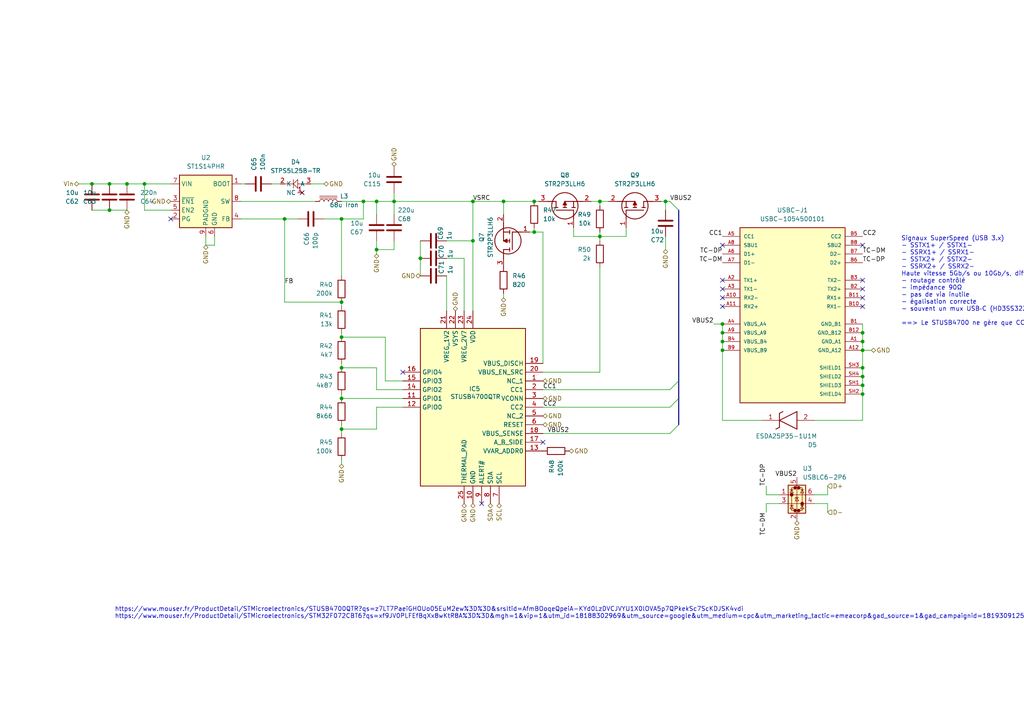
<source format=kicad_sch>
(kicad_sch (version 20250114) (generator "eeschema") (generator_version "9.0")
  (paper "A4")
  (lib_symbols
    (symbol "Custom-Vincent:1054500101" (pin_names (offset 1.016))
      (property "Reference" "J" (at -15.24 26.162 0))
      (property "Value" "USBC-1054500101" (at -15.24 -27.94 0))
      (symbol "1054500101_0_0"
        (rectangle (start -15.24 -25.4) (end 15.24 25.4) (stroke (width 0.254)) (fill (type background)))
        (pin bidirectional line (at -20.32 22.86 0) (length 5.08) (name "CC1") (number "A5"))
        (pin bidirectional line (at -20.32 20.32 0) (length 5.08) (name "SBU1") (number "A8"))
        (pin bidirectional line (at -20.32 17.78 0) (length 5.08) (name "D1+") (number "A6"))
        (pin bidirectional line (at -20.32 15.24 0) (length 5.08) (name "D1-") (number "A7"))
        (pin bidirectional line (at -20.32 10.16 0) (length 5.08) (name "TX1+") (number "A2"))
        (pin bidirectional line (at -20.32 7.62 0) (length 5.08) (name "TX1-") (number "A3"))
        (pin bidirectional line (at -20.32 5.08 0) (length 5.08) (name "RX2-") (number "A10"))
        (pin bidirectional line (at -20.32 2.54 0) (length 5.08) (name "RX2+") (number "A11"))
        (pin power_in line (at -20.32 -2.54 0) (length 5.08) (name "VBUS_A4") (number "A4"))
        (pin power_in line (at -20.32 -5.08 0) (length 5.08) (name "VBUS_A9") (number "A9"))
        (pin power_in line (at -20.32 -7.62 0) (length 5.08) (name "VBUS_B4") (number "B4"))
        (pin power_in line (at -20.32 -10.16 0) (length 5.08) (name "VBUS_B9") (number "B9"))
        (pin bidirectional line (at 20.32 22.86 180) (length 5.08) (name "CC2") (number "B5"))
        (pin bidirectional line (at 20.32 20.32 180) (length 5.08) (name "SBU2") (number "B8"))
        (pin bidirectional line (at 20.32 17.78 180) (length 5.08) (name "D2-") (number "B7"))
        (pin bidirectional line (at 20.32 15.24 180) (length 5.08) (name "D2+") (number "B6"))
        (pin bidirectional line (at 20.32 10.16 180) (length 5.08) (name "TX2-") (number "B3"))
        (pin bidirectional line (at 20.32 7.62 180) (length 5.08) (name "TX2+") (number "B2"))
        (pin bidirectional line (at 20.32 5.08 180) (length 5.08) (name "RX1+") (number "B11"))
        (pin bidirectional line (at 20.32 2.54 180) (length 5.08) (name "RX1-") (number "B10"))
        (pin power_in line (at 20.32 -2.54 180) (length 5.08) (name "GND_B1") (number "B1"))
        (pin power_in line (at 20.32 -5.08 180) (length 5.08) (name "GND_B12") (number "B12"))
        (pin power_in line (at 20.32 -7.62 180) (length 5.08) (name "GND_A1") (number "A1"))
        (pin power_in line (at 20.32 -10.16 180) (length 5.08) (name "GND_A12") (number "A12"))
        (pin passive line (at 20.32 -15.24 180) (length 5.08) (name "SHIELD1") (number "SH3"))
        (pin passive line (at 20.32 -17.78 180) (length 5.08) (name "SHIELD2") (number "SH4"))
        (pin passive line (at 20.32 -20.32 180) (length 5.08) (name "SHIELD3") (number "SH1"))
        (pin passive line (at 20.32 -22.86 180) (length 5.08) (name "SHIELD4") (number "SH2"))
      )
    )
    (symbol "Custom-Vincent:ESDA25P35-1U1M" (pin_names (hide yes))
      (property "Reference" "D" (at 10.16 8.89 0))
      (property "Value" "ESDA25P35-1U1M" (at 10.16 6.35 0))
      (symbol "ESDA25P35-1U1M_1_1"
        (polyline (pts (xy 4.064 2.54) (xy 5.08 2.032)) (stroke (width 0.254)))
        (polyline (pts (xy 5.08 0) (xy 10.16 2.54)) (stroke (width 0.254)))
        (polyline (pts (xy 5.08 -2.032) (xy 5.08 2.032)) (stroke (width 0.254)))
        (polyline (pts (xy 5.08 -2.032) (xy 6.096 -2.54)) (stroke (width 0.254)))
        (polyline (pts (xy 10.16 -2.54) (xy 5.08 0)) (stroke (width 0.254)))
        (polyline (pts (xy 10.16 -2.54) (xy 10.16 2.54)) (stroke (width 0.254)))
        (pin passive line (at 0 0 0) (length 5.08) (name "K") (number "1"))
        (pin passive line (at 15.24 0 180) (length 5.08) (name "A") (number "2"))
      )
    )
    (symbol "Custom-Vincent:STPS5L25B-TR"
      (property "Reference" "D" (at 19.05 7.62 0))
      (property "Value" "STPS5L25B-TR" (at 19.05 5.08 0))
      (symbol "STPS5L25B-TR_0_1"
        (polyline (pts (xy 7.62 1.27) (xy 7.62 -1.27)))
        (polyline (pts (xy 7.62 0) (xy 5.08 0)))
        (polyline (pts (xy 7.62 0) (xy 8.89 -1.27) (xy 8.89 1.27) (xy 7.62 0)))
        (polyline (pts (xy 11.43 0) (xy 8.89 0)))
      )
      (symbol "STPS5L25B-TR_1_1"
        (pin passive line (at 3.81 0 0) (length 1.27) (name "K") (number "2"))
        (pin no_connect line (at 10.16 -2.54 180) (length 1.27) (name "NC") (number "1"))
        (pin passive line (at 12.7 0 180) (length 1.27) (name "A") (number "3"))
      )
    )
    (symbol "Custom-Vincent:STR2P3LLH6" (pin_names (hide yes))
      (property "Reference" "Q" (at 11.43 3.81 0))
      (property "Value" "STR2P3LLH6" (at 11.43 1.27 0))
      (symbol "STR2P3LLH6_1_1"
        (polyline (pts (xy 2.54 0) (xy 5.08 0)) (stroke (width 0.254)))
        (polyline (pts (xy 5.08 5.08) (xy 5.08 0)) (stroke (width 0.254)))
        (polyline (pts (xy 5.842 5.588) (xy 5.842 4.572)) (stroke (width 0.254)))
        (polyline (pts (xy 5.842 2.032) (xy 5.842 3.048)) (stroke (width 0.254)))
        (polyline (pts (xy 5.842 0) (xy 7.62 0)) (stroke (width 0.254)))
        (polyline (pts (xy 5.842 -0.508) (xy 5.842 0.508)) (stroke (width 0.254)))
        (circle (center 6.35 2.54) (radius 3.81) (stroke (width 0.254)))
        (polyline (pts (xy 7.62 5.08) (xy 5.842 5.08)) (stroke (width 0.254)))
        (polyline (pts (xy 7.62 5.08) (xy 7.62 7.62)) (stroke (width 0.254)))
        (polyline (pts (xy 7.62 2.54) (xy 5.842 2.54)) (stroke (width 0.254)))
        (polyline (pts (xy 7.62 2.54) (xy 7.62 -2.54)) (stroke (width 0.254)))
        (polyline (pts (xy 7.62 2.54) (xy 6.604 3.048) (xy 6.604 2.032) (xy 7.62 2.54)) (stroke (width 0.254)) (fill (type outline)))
        (pin passive line (at 0 0 0) (length 2.54) (name "G") (number "1"))
        (pin passive line (at 7.62 10.16 270) (length 2.54) (name "D") (number "3"))
        (pin passive line (at 7.62 -5.08 90) (length 2.54) (name "S") (number "2"))
      )
    )
    (symbol "Custom-Vincent:STUSB4700QTR"
      (property "Reference" "IC2" (at 19.812 2.794 0))
      (property "Value" "STUSB4700QTR" (at 19.558 0.508 0))
      (symbol "STUSB4700QTR_1_1"
        (rectangle (start 5.08 20.32) (end 35.56 -25.4) (stroke (width 0.254)) (fill (type background)))
        (pin passive line (at 0 10.16 0) (length 5.08) (name "VBUS_DISCH") (number "19"))
        (pin passive line (at 0 7.62 0) (length 5.08) (name "VBUS_EN_SRC") (number "20"))
        (pin passive line (at 0 5.08 0) (length 5.08) (name "NC_1") (number "1"))
        (pin passive line (at 0 2.54 0) (length 5.08) (name "CC1") (number "2"))
        (pin passive line (at 0 0 0) (length 5.08) (name "VCONN") (number "3"))
        (pin passive line (at 0 -2.54 0) (length 5.08) (name "CC2") (number "4"))
        (pin passive line (at 0 -5.08 0) (length 5.08) (name "NC_2") (number "5"))
        (pin passive line (at 0 -7.62 0) (length 5.08) (name "RESET") (number "6"))
        (pin passive line (at 0 -10.16 0) (length 5.08) (name "VBUS_SENSE") (number "18"))
        (pin passive line (at 0 -12.7 0) (length 5.08) (name "A_B_SIDE") (number "17"))
        (pin passive line (at 0 -15.24 0) (length 5.08) (name "VVAR_ADDR0") (number "13"))
        (pin passive line (at 12.7 -30.48 90) (length 5.08) (name "SCL") (number "7"))
        (pin passive line (at 15.24 -30.48 90) (length 5.08) (name "SDA") (number "8"))
        (pin passive line (at 17.78 -30.48 90) (length 5.08) (name "ALERT#") (number "9"))
        (pin passive line (at 20.32 25.4 270) (length 5.08) (name "VDD") (number "24"))
        (pin passive line (at 20.32 -30.48 90) (length 5.08) (name "GND") (number "10"))
        (pin passive line (at 22.86 25.4 270) (length 5.08) (name "VREG_2V7") (number "23"))
        (pin passive line (at 22.86 -30.48 90) (length 5.08) (name "THERMAL_PAD") (number "25"))
        (pin passive line (at 25.4 25.4 270) (length 5.08) (name "VSYS") (number "22"))
        (pin passive line (at 27.94 25.4 270) (length 5.08) (name "VREG_1V2") (number "21"))
        (pin passive line (at 40.64 7.62 180) (length 5.08) (name "GPIO4") (number "16"))
        (pin passive line (at 40.64 5.08 180) (length 5.08) (name "GPIO3") (number "15"))
        (pin passive line (at 40.64 2.54 180) (length 5.08) (name "GPIO2") (number "14"))
        (pin passive line (at 40.64 0 180) (length 5.08) (name "GPIO1") (number "11"))
        (pin passive line (at 40.64 -2.54 180) (length 5.08) (name "GPIO0") (number "12"))
      )
    )
    (symbol "Device:C" (pin_numbers (hide yes)) (pin_names (offset 0.254))
      (property "Reference" "C" (at 0.635 2.54 0))
      (property "Value" "C" (at 0.635 -2.54 0))
      (symbol "C_0_1"
        (polyline (pts (xy -2.032 0.762) (xy 2.032 0.762)) (stroke (width 0.508)))
        (polyline (pts (xy -2.032 -0.762) (xy 2.032 -0.762)) (stroke (width 0.508)))
      )
      (symbol "C_1_1"
        (pin passive line (at 0 3.81 270) (length 2.794) (name "~") (number "1"))
        (pin passive line (at 0 -3.81 90) (length 2.794) (name "~") (number "2"))
      )
    )
    (symbol "Device:L_Iron" (pin_numbers (hide yes)) (pin_names (offset 1.016) (hide yes))
      (property "Reference" "L" (at -1.27 0 90))
      (property "Value" "L_Iron" (at 2.794 0 90))
      (symbol "L_Iron_0_1"
        (arc (start 0 2.54) (mid 0.6323 1.905) (end 0 1.27))
        (arc (start 0 1.27) (mid 0.6323 0.635) (end 0 0))
        (arc (start 0 0) (mid 0.6323 -0.635) (end 0 -1.27))
        (arc (start 0 -1.27) (mid 0.6323 -1.905) (end 0 -2.54))
        (polyline (pts (xy 1.016 2.54) (xy 1.016 -2.54)))
        (polyline (pts (xy 1.524 -2.54) (xy 1.524 2.54)))
      )
      (symbol "L_Iron_1_1"
        (pin passive line (at 0 3.81 270) (length 1.27) (name "1") (number "1"))
        (pin passive line (at 0 -3.81 90) (length 1.27) (name "2") (number "2"))
      )
    )
    (symbol "Device:R" (pin_numbers (hide yes)) (pin_names (offset 0))
      (property "Reference" "R" (at 2.032 0 90))
      (property "Value" "R" (at 0 0 90))
      (symbol "R_0_1"
        (rectangle (start -1.016 -2.54) (end 1.016 2.54) (stroke (width 0.254)))
      )
      (symbol "R_1_1"
        (pin passive line (at 0 3.81 270) (length 1.27) (name "~") (number "1"))
        (pin passive line (at 0 -3.81 90) (length 1.27) (name "~") (number "2"))
      )
    )
    (symbol "Power_Protection:USBLC6-2P6" (pin_names (hide yes))
      (property "Reference" "U" (at 0.635 5.715 0))
      (property "Value" "USBLC6-2P6" (at 0.635 3.81 0))
      (symbol "USBLC6-2P6_0_0"
        (circle (center -1.524 0) (radius 0.0001) (stroke (width 0.508)))
        (circle (center -0.508 2.032) (radius 0.0001) (stroke (width 0.508)))
        (circle (center -0.508 -4.572) (radius 0.0001) (stroke (width 0.508)))
        (circle (center 0.508 2.032) (radius 0.0001) (stroke (width 0.508)))
        (circle (center 0.508 -4.572) (radius 0.0001) (stroke (width 0.508)))
        (circle (center 1.524 -2.54) (radius 0.0001) (stroke (width 0.508)))
      )
      (symbol "USBLC6-2P6_0_1"
        (polyline (pts (xy -2.54 0) (xy 2.54 0)))
        (polyline (pts (xy -2.54 -2.54) (xy 2.54 -2.54)))
        (polyline (pts (xy -2.032 0.508) (xy -1.016 0.508) (xy -1.524 1.524) (xy -2.032 0.508)))
        (polyline (pts (xy -2.032 -3.048) (xy -1.016 -3.048)))
        (polyline (pts (xy -1.016 1.524) (xy -2.032 1.524)))
        (polyline (pts (xy -1.016 -4.064) (xy -2.032 -4.064) (xy -1.524 -3.048) (xy -1.016 -4.064)))
        (polyline (pts (xy -0.508 -1.143) (xy -0.508 -0.762) (xy 0.508 -0.762)))
        (polyline (pts (xy 0 2.54) (xy -0.508 2.032) (xy 0.508 2.032) (xy 0 1.524) (xy 0 -4.064) (xy -0.508 -4.572) (xy 0.508 -4.572) (xy 0 -5.08)))
        (polyline (pts (xy 0.508 -1.778) (xy -0.508 -1.778) (xy 0 -0.762) (xy 0.508 -1.778)))
        (polyline (pts (xy 1.016 1.524) (xy 2.032 1.524)))
        (polyline (pts (xy 1.016 -3.048) (xy 2.032 -3.048)))
        (polyline (pts (xy 2.032 0.508) (xy 1.016 0.508) (xy 1.524 1.524) (xy 2.032 0.508)))
        (polyline (pts (xy 2.032 -4.064) (xy 1.016 -4.064) (xy 1.524 -3.048) (xy 2.032 -4.064)))
      )
      (symbol "USBLC6-2P6_1_1"
        (rectangle (start -2.54 2.794) (end 2.54 -5.334) (stroke (width 0.254)) (fill (type background)))
        (polyline (pts (xy -0.508 2.032) (xy -1.524 2.032) (xy -1.524 -4.572) (xy -0.508 -4.572)))
        (polyline (pts (xy 0.508 -4.572) (xy 1.524 -4.572) (xy 1.524 2.032) (xy 0.508 2.032)))
        (pin passive line (at -5.08 0 0) (length 2.54) (name "I/O1") (number "1"))
        (pin passive line (at -5.08 -2.54 0) (length 2.54) (name "I/O2") (number "3"))
        (pin passive line (at 0 5.08 270) (length 2.54) (name "VBUS") (number "5"))
        (pin passive line (at 0 -7.62 90) (length 2.54) (name "GND") (number "2"))
        (pin passive line (at 5.08 0 180) (length 2.54) (name "I/O1") (number "6"))
        (pin passive line (at 5.08 -2.54 180) (length 2.54) (name "I/O2") (number "4"))
      )
    )
    (symbol "Regulator_Switching:ST1S14PHR"
      (property "Reference" "U" (at -8.255 8.89 0))
      (property "Value" "ST1S14PHR" (at 0 8.89 0))
      (symbol "ST1S14PHR_0_1"
        (rectangle (start 7.62 7.62) (end -7.62 -7.62) (stroke (width 0.254)) (fill (type background)))
      )
      (symbol "ST1S14PHR_1_1"
        (pin power_in line (at -10.16 5.08 0) (length 2.54) (name "VIN") (number "7"))
        (pin input line (at -10.16 0 0) (length 2.54) (name "~{EN1}") (number "3"))
        (pin input line (at -10.16 -2.54 0) (length 2.54) (name "EN2") (number "5"))
        (pin output line (at -10.16 -5.08 0) (length 2.54) (name "PG") (number "2"))
        (pin power_in line (at 0 -10.16 90) (length 2.54) (name "PADGND") (number "9"))
        (pin power_in line (at 2.54 -10.16 90) (length 2.54) (name "GND") (number "6"))
        (pin input line (at 10.16 5.08 180) (length 2.54) (name "BOOT") (number "1"))
        (pin output line (at 10.16 0 180) (length 2.54) (name "SW") (number "8"))
        (pin input line (at 10.16 -5.08 180) (length 2.54) (name "FB") (number "4"))
      )
    )
  )
  (text "https://www.mouser.fr/ProductDetail/STMicroelectronics/STUSB4700QTR?qs=z7LT7PaeiGHOUo05EuM2ew%3D%3D&srsltid=AfmBOoqeQpeiA-KYd0LzDVCJVYU1X0lOVA5p7QPkekSc7ScKDJSK4vdi\nhttps://www.mouser.fr/ProductDetail/STMicroelectronics/STM32F072CBT6?qs=xf9JV0PLFEfBqXx8wKtR8A%3D%3D&mgh=1&vip=1&utm_id=18188302969&utm_source=google&utm_medium=cpc&utm_marketing_tactic=emeacorp&gad_source=1&gad_campaignid=18193091258&gclid=Cj0KCQiAxJXJBhD_ARIsAH_JGjjlmumHlCQbsS1Lf4u0KNllXl2gcY-O_NKd-TyCFZhG1yRXtwxOSdgaAuOuEALw_wcB" (at 33.274 177.8 0) (effects (font (size 1.27 1.27)) (justify left)))
  (text "Signaux SuperSpeed (USB 3.x)\n- SSTX1+ / SSTX1-\n- SSRX1+ / SSRX1-\n- SSTX2+ / SSTX2-\n- SSRX2+ / SSRX2-\nHaute vitesse 5 Gb/s ou 10 Gb/s, différentielles, nécessitent :\n- routage contrôlé\n- impédance 90 Ω\n- pas de via inutile\n- égalisation correcte\n- souvent un mux USB‑C (HD3SS3220, TUSB1046, PTN36043)\n\n==> Le STUSB4700 ne gère que CC1/CC2\n" (at 261.366 81.534 0) (effects (font (size 1.27 1.27)) (justify left)))
  (junction (at 154.94 58.42))
  (junction (at 99.06 97.79))
  (junction (at 250.19 101.6))
  (junction (at 109.22 72.39))
  (junction (at 250.19 109.22))
  (junction (at 114.3 58.42))
  (junction (at 26.67 53.34))
  (junction (at 36.83 53.34))
  (junction (at 41.91 53.34))
  (junction (at 109.22 58.42))
  (junction (at 105.41 58.42))
  (junction (at 193.04 58.42))
  (junction (at 146.05 58.42))
  (junction (at 154.94 67.31))
  (junction (at 121.92 74.93))
  (junction (at 250.19 96.52))
  (junction (at 209.55 101.6))
  (junction (at 82.55 63.5))
  (junction (at 250.19 114.3))
  (junction (at 99.06 106.68))
  (junction (at 99.06 87.63))
  (junction (at 209.55 93.98))
  (junction (at 173.99 58.42))
  (junction (at 31.75 53.34))
  (junction (at 99.06 63.5))
  (junction (at 99.06 124.46))
  (junction (at 209.55 99.06))
  (junction (at 250.19 111.76))
  (junction (at 250.19 106.68))
  (junction (at 173.99 68.58))
  (junction (at 137.16 69.85))
  (junction (at 99.06 115.57))
  (junction (at 209.55 96.52))
  (junction (at 250.19 99.06))
  (junction (at 31.75 60.96))
  (junction (at 137.16 58.42))
  (no_connect (at 116.84 107.95))
  (no_connect (at 49.53 63.5))
  (no_connect (at 250.19 86.36))
  (no_connect (at 209.55 83.82))
  (no_connect (at 250.19 71.12))
  (no_connect (at 209.55 86.36))
  (no_connect (at 209.55 88.9))
  (no_connect (at 87.63 55.88))
  (no_connect (at 157.48 128.27))
  (no_connect (at 209.55 81.28))
  (no_connect (at 250.19 83.82))
  (no_connect (at 139.7 146.05))
  (no_connect (at 250.19 81.28))
  (no_connect (at 250.19 88.9))
  (no_connect (at 209.55 71.12))
  (bus_entry (at 194.31 113.03) (size 2.54 -2.54))
  (bus_entry (at 194.31 58.42) (size 2.54 2.54))
  (bus_entry (at 194.31 118.11) (size 2.54 -2.54))
  (bus_entry (at 194.31 125.73) (size 2.54 -2.54))
  (wire (pts (xy 146.05 86.36) (xy 146.05 85.09)))
  (wire (pts (xy 99.06 96.52) (xy 99.06 97.79)))
  (wire (pts (xy 114.3 58.42) (xy 137.16 58.42)))
  (wire (pts (xy 250.19 93.98) (xy 250.19 96.52)))
  (wire (pts (xy 166.37 66.04) (xy 166.37 68.58)))
  (wire (pts (xy 173.99 77.47) (xy 173.99 107.95)))
  (wire (pts (xy 109.22 73.66) (xy 109.22 72.39)))
  (wire (pts (xy 111.76 110.49) (xy 111.76 97.79)))
  (wire (pts (xy 207.01 93.98) (xy 209.55 93.98)))
  (bus (pts (xy 196.85 115.57) (xy 196.85 123.19)))
  (bus (pts (xy 196.85 60.96) (xy 196.85 110.49)))
  (wire (pts (xy 90.17 53.34) (xy 93.98 53.34)))
  (bus (pts (xy 196.85 110.49) (xy 196.85 115.57)))
  (wire (pts (xy 99.06 124.46) (xy 109.22 124.46)))
  (wire (pts (xy 59.69 71.12) (xy 59.69 68.58)))
  (wire (pts (xy 41.91 60.96) (xy 41.91 53.34)))
  (wire (pts (xy 26.67 53.34) (xy 31.75 53.34)))
  (wire (pts (xy 116.84 110.49) (xy 111.76 110.49)))
  (wire (pts (xy 105.41 63.5) (xy 105.41 58.42)))
  (wire (pts (xy 171.45 58.42) (xy 173.99 58.42)))
  (wire (pts (xy 49.53 60.96) (xy 41.91 60.96)))
  (wire (pts (xy 114.3 69.85) (xy 114.3 72.39)))
  (wire (pts (xy 99.06 87.63) (xy 82.55 87.63)))
  (wire (pts (xy 146.05 58.42) (xy 154.94 58.42)))
  (wire (pts (xy 31.75 60.96) (xy 36.83 60.96)))
  (wire (pts (xy 157.48 67.31) (xy 154.94 67.31)))
  (wire (pts (xy 109.22 106.68) (xy 99.06 106.68)))
  (wire (pts (xy 226.06 146.05) (xy 222.25 146.05)))
  (wire (pts (xy 99.06 114.3) (xy 99.06 115.57)))
  (wire (pts (xy 236.22 143.51) (xy 240.03 143.51)))
  (wire (pts (xy 166.37 68.58) (xy 173.99 68.58)))
  (wire (pts (xy 193.04 58.42) (xy 194.31 58.42)))
  (wire (pts (xy 99.06 63.5) (xy 105.41 63.5)))
  (wire (pts (xy 173.99 59.69) (xy 173.99 58.42)))
  (wire (pts (xy 129.54 69.85) (xy 137.16 69.85)))
  (wire (pts (xy 173.99 68.58) (xy 173.99 67.31)))
  (wire (pts (xy 36.83 53.34) (xy 41.91 53.34)))
  (wire (pts (xy 116.84 113.03) (xy 109.22 113.03)))
  (wire (pts (xy 157.48 113.03) (xy 194.31 113.03)))
  (wire (pts (xy 134.62 74.93) (xy 134.62 90.17)))
  (wire (pts (xy 82.55 63.5) (xy 82.55 87.63)))
  (wire (pts (xy 99.06 105.41) (xy 99.06 106.68)))
  (wire (pts (xy 173.99 68.58) (xy 181.61 68.58)))
  (wire (pts (xy 157.48 125.73) (xy 194.31 125.73)))
  (wire (pts (xy 193.04 68.58) (xy 193.04 72.39)))
  (wire (pts (xy 250.19 101.6) (xy 252.73 101.6)))
  (wire (pts (xy 157.48 118.11) (xy 194.31 118.11)))
  (wire (pts (xy 154.94 58.42) (xy 156.21 58.42)))
  (wire (pts (xy 109.22 118.11) (xy 116.84 118.11)))
  (wire (pts (xy 181.61 68.58) (xy 181.61 66.04)))
  (wire (pts (xy 31.75 53.34) (xy 36.83 53.34)))
  (wire (pts (xy 222.25 146.05) (xy 222.25 148.59)))
  (wire (pts (xy 129.54 74.93) (xy 134.62 74.93)))
  (wire (pts (xy 209.55 93.98) (xy 209.55 96.52)))
  (wire (pts (xy 99.06 87.63) (xy 99.06 88.9)))
  (wire (pts (xy 137.16 58.42) (xy 146.05 58.42)))
  (wire (pts (xy 105.41 58.42) (xy 109.22 58.42)))
  (wire (pts (xy 191.77 58.42) (xy 193.04 58.42)))
  (wire (pts (xy 209.55 96.52) (xy 209.55 99.06)))
  (wire (pts (xy 250.19 109.22) (xy 250.19 111.76)))
  (wire (pts (xy 209.55 99.06) (xy 209.55 101.6)))
  (wire (pts (xy 236.22 121.92) (xy 250.19 121.92)))
  (wire (pts (xy 240.03 146.05) (xy 240.03 148.59)))
  (wire (pts (xy 86.36 63.5) (xy 82.55 63.5)))
  (wire (pts (xy 222.25 143.51) (xy 222.25 140.97)))
  (wire (pts (xy 109.22 58.42) (xy 109.22 62.23)))
  (wire (pts (xy 114.3 58.42) (xy 114.3 62.23)))
  (wire (pts (xy 250.19 106.68) (xy 250.19 109.22)))
  (wire (pts (xy 109.22 72.39) (xy 114.3 72.39)))
  (wire (pts (xy 121.92 80.01) (xy 121.92 74.93)))
  (wire (pts (xy 173.99 107.95) (xy 157.48 107.95)))
  (wire (pts (xy 99.06 63.5) (xy 93.98 63.5)))
  (wire (pts (xy 154.94 67.31) (xy 154.94 66.04)))
  (wire (pts (xy 99.06 58.42) (xy 105.41 58.42)))
  (wire (pts (xy 114.3 55.88) (xy 114.3 58.42)))
  (wire (pts (xy 173.99 69.85) (xy 173.99 68.58)))
  (wire (pts (xy 146.05 58.42) (xy 146.05 62.23)))
  (wire (pts (xy 153.67 67.31) (xy 154.94 67.31)))
  (wire (pts (xy 250.19 111.76) (xy 250.19 114.3)))
  (wire (pts (xy 220.98 121.92) (xy 209.55 121.92)))
  (wire (pts (xy 26.67 60.96) (xy 31.75 60.96)))
  (wire (pts (xy 137.16 58.42) (xy 137.16 69.85)))
  (wire (pts (xy 157.48 105.41) (xy 157.48 67.31)))
  (wire (pts (xy 69.85 63.5) (xy 82.55 63.5)))
  (wire (pts (xy 59.69 71.12) (xy 62.23 71.12)))
  (wire (pts (xy 109.22 124.46) (xy 109.22 118.11)))
  (wire (pts (xy 41.91 53.34) (xy 49.53 53.34)))
  (wire (pts (xy 109.22 113.03) (xy 109.22 106.68)))
  (wire (pts (xy 209.55 121.92) (xy 209.55 101.6)))
  (wire (pts (xy 236.22 146.05) (xy 240.03 146.05)))
  (wire (pts (xy 129.54 80.01) (xy 129.54 90.17)))
  (wire (pts (xy 250.19 96.52) (xy 250.19 99.06)))
  (wire (pts (xy 109.22 72.39) (xy 109.22 69.85)))
  (wire (pts (xy 99.06 115.57) (xy 116.84 115.57)))
  (wire (pts (xy 62.23 71.12) (xy 62.23 68.58)))
  (wire (pts (xy 193.04 60.96) (xy 193.04 58.42)))
  (wire (pts (xy 250.19 99.06) (xy 250.19 101.6)))
  (wire (pts (xy 99.06 134.62) (xy 99.06 133.35)))
  (wire (pts (xy 69.85 58.42) (xy 91.44 58.42)))
  (wire (pts (xy 81.28 53.34) (xy 78.74 53.34)))
  (wire (pts (xy 99.06 123.19) (xy 99.06 124.46)))
  (wire (pts (xy 137.16 90.17) (xy 137.16 69.85)))
  (wire (pts (xy 226.06 143.51) (xy 222.25 143.51)))
  (wire (pts (xy 250.19 101.6) (xy 250.19 106.68)))
  (wire (pts (xy 22.86 53.34) (xy 26.67 53.34)))
  (wire (pts (xy 99.06 80.01) (xy 99.06 63.5)))
  (wire (pts (xy 250.19 121.92) (xy 250.19 114.3)))
  (wire (pts (xy 176.53 58.42) (xy 173.99 58.42)))
  (wire (pts (xy 121.92 69.85) (xy 121.92 74.93)))
  (wire (pts (xy 69.85 53.34) (xy 71.12 53.34)))
  (wire (pts (xy 111.76 97.79) (xy 99.06 97.79)))
  (wire (pts (xy 99.06 125.73) (xy 99.06 124.46)))
  (wire (pts (xy 109.22 58.42) (xy 114.3 58.42)))
  (wire (pts (xy 240.03 143.51) (xy 240.03 140.97)))
  (label "TC-DP" (at 250.19 76.2 0))
  (label "VBUS2" (at 207.01 93.98 180))
  (label "CC2" (at 250.19 68.58 0))
  (label "VSRC" (at 137.16 58.42 0))
  (label "TC-DP" (at 209.55 73.66 180))
  (label "CC2" (at 157.48 118.11 0))
  (label "CC1" (at 209.55 68.58 180))
  (label "CC1" (at 157.48 113.03 0))
  (label "VBUS2" (at 231.14 138.43 180))
  (label "TC-DM" (at 209.55 76.2 180))
  (label "FB" (at 82.55 82.55 0))
  (label "VBUS2" (at 158.75 125.73 0))
  (label "TC-DM" (at 250.19 73.66 0))
  (label "VBUS2" (at 194.31 58.42 0))
  (label "TC-DM" (at 222.25 148.59 270))
  (label "TC-DP" (at 222.25 140.97 90))
  (hierarchical_label "GND" (shape bidirectional) (at 36.83 60.96 270))
  (hierarchical_label "GND" (shape bidirectional) (at 93.98 53.34 0))
  (hierarchical_label "GND" (shape bidirectional) (at 49.53 58.42 180))
  (hierarchical_label "GND" (shape bidirectional) (at 157.48 120.65 0))
  (hierarchical_label "GND" (shape bidirectional) (at 193.04 72.39 270))
  (hierarchical_label "GND" (shape bidirectional) (at 231.14 151.13 270))
  (hierarchical_label "GND" (shape bidirectional) (at 165.1 130.81 0))
  (hierarchical_label "D+" (shape input) (at 240.03 140.97 0))
  (hierarchical_label "GND" (shape bidirectional) (at 99.06 134.62 270))
  (hierarchical_label "GND" (shape bidirectional) (at 114.3 48.26 90))
  (hierarchical_label "GND" (shape bidirectional) (at 59.69 71.12 270))
  (hierarchical_label "GND" (shape bidirectional) (at 252.73 101.6 0))
  (hierarchical_label "GND" (shape bidirectional) (at 132.08 90.17 90))
  (hierarchical_label "GND" (shape bidirectional) (at 121.92 80.01 180))
  (hierarchical_label "Vin" (shape bidirectional) (at 22.86 53.34 180))
  (hierarchical_label "SDA" (shape bidirectional) (at 142.24 146.05 270))
  (hierarchical_label "GND" (shape bidirectional) (at 157.48 110.49 0))
  (hierarchical_label "GND" (shape bidirectional) (at 157.48 115.57 0))
  (hierarchical_label "SCL" (shape bidirectional) (at 144.78 146.05 270))
  (hierarchical_label "GND" (shape bidirectional) (at 137.16 146.05 270))
  (hierarchical_label "GND" (shape bidirectional) (at 134.62 146.05 270))
  (hierarchical_label "GND" (shape bidirectional) (at 157.48 123.19 0))
  (hierarchical_label "GND" (shape bidirectional) (at 146.05 86.36 270))
  (hierarchical_label "D-" (shape input) (at 240.03 148.59 0))
  (hierarchical_label "GND" (shape bidirectional) (at 109.22 73.66 270))
  (symbol (lib_id "Custom-Vincent:STR2P3LLH6") (at 153.67 67.31 180) (unit 1)
    (property "Reference" "Q7" (at 139.7 68.834 90))
    (property "Value" "STR2P3LLH6" (at 142.24 68.834 90))
    (property "Footprint" "Custom-Vincent:SOT95P255X140-3N" (effects (hide yes)))
    (property "Datasheet" "https://www.st.com/resource/en/datasheet/str2p3llh6.pdf" (effects (hide yes)))
    (property "Description" "P-channel -30 V, 48 m typ., -2 A STripFET H6 Power MOSFET in a SOT23 package" (effects (hide yes)))
    (property "Height" "1.4" (effects (hide yes)))
    (property "Mouser Part Number" "511-STR2P3LLH6" (effects (hide yes)))
    (property "Mouser Price/Stock" "https://www.mouser.co.uk/ProductDetail/STMicroelectronics/STR2P3LLH6?qs=DqCdCwOw4%2F6LfYTzckMRxw%3D%3D" (effects (hide yes)))
    (property "Manufacturer_Name" "STMicroelectronics" (effects (hide yes)))
    (property "Manufacturer_Part_Number" "STR2P3LLH6" (effects (hide yes)))
    (property "Number-JLCPCB" "C3040112" (effects (hide yes)))
  )
  (symbol (lib_id "Device:C") (at 90.17 63.5 270) (mirror x) (unit 1)
    (property "Reference" "C66" (at 88.8999 67.31 0) (effects (justify right)))
    (property "Value" "100p" (at 91.4399 67.31 0) (effects (justify right)))
    (property "Footprint" "Capacitor_SMD:C_0603_1608Metric_Pad1.08x0.95mm_HandSolder" (effects (hide yes)))
    (property "Description" "Unpolarized capacitor" (effects (hide yes)))
    (property "Mouser Part Number" "C0603C101J5GAC" (effects (hide yes)))
    (property "Number-JLCPCB" "C561788" (effects (hide yes)))
  )
  (symbol (lib_id "Regulator_Switching:ST1S14PHR") (at 59.69 58.42 0) (unit 1)
    (property "Reference" "U2" (at 59.69 45.72 0))
    (property "Value" "ST1S14PHR" (at 59.69 48.26 0))
    (property "Footprint" "Package_SO:TI_SO-PowerPAD-8" (effects (hide yes)))
    (property "Datasheet" "http://www.st.com/internet/com/TECHNICAL_RESOURCES/TECHNICAL_LITERATURE/DATASHEET/CD00285678.pdf" (effects (hide yes)))
    (property "Description" "3A step-down switching regulator, Adjustable Output Voltage, 5.5-48V Input Voltage, 850kHz, PowerSO-8" (effects (hide yes)))
    (property "Mouser Part Number" "511-ST1S14PHR " (effects (hide yes)))
    (property "Number-JLCPCB" "C84130" (effects (hide yes)))
  )
  (symbol (lib_id "Custom-Vincent:STR2P3LLH6") (at 166.37 66.04 90) (unit 1)
    (property "Reference" "Q8" (at 163.83 50.8 90))
    (property "Value" "STR2P3LLH6" (at 163.83 53.34 90))
    (property "Footprint" "Custom-Vincent:SOT95P255X140-3N" (effects (hide yes)))
    (property "Datasheet" "https://www.st.com/resource/en/datasheet/str2p3llh6.pdf" (effects (hide yes)))
    (property "Description" "P-channel -30 V, 48 m typ., -2 A STripFET H6 Power MOSFET in a SOT23 package" (effects (hide yes)))
    (property "Height" "1.4" (effects (hide yes)))
    (property "Mouser Part Number" "511-STR2P3LLH6" (effects (hide yes)))
    (property "Mouser Price/Stock" "https://www.mouser.co.uk/ProductDetail/STMicroelectronics/STR2P3LLH6?qs=DqCdCwOw4%2F6LfYTzckMRxw%3D%3D" (effects (hide yes)))
    (property "Manufacturer_Name" "STMicroelectronics" (effects (hide yes)))
    (property "Manufacturer_Part_Number" "STR2P3LLH6" (effects (hide yes)))
    (property "Number-JLCPCB" "C3040112" (effects (hide yes)))
  )
  (symbol (lib_id "Device:C") (at 74.93 53.34 270) (unit 1)
    (property "Reference" "C65" (at 73.6599 49.53 0) (effects (justify right)))
    (property "Value" "100n" (at 76.1999 49.53 0) (effects (justify right)))
    (property "Footprint" "Capacitor_SMD:C_0603_1608Metric_Pad1.08x0.95mm_HandSolder" (effects (hide yes)))
    (property "Description" "Unpolarized capacitor" (effects (hide yes)))
    (property "Mouser Part Number" "GRM188R71E104KA01D" (effects (hide yes)))
    (property "Number-JLCPCB" "C77050" (effects (hide yes)))
  )
  (symbol (lib_id "Device:R") (at 154.94 62.23 180) (unit 1)
    (property "Reference" "R47" (at 157.48 60.9599 0) (effects (justify right)))
    (property "Value" "10k" (at 157.48 63.4999 0) (effects (justify right)))
    (property "Footprint" "Resistor_SMD:R_0603_1608Metric_Pad0.98x0.95mm_HandSolder" (effects (hide yes)))
    (property "Description" "Resistor" (effects (hide yes)))
    (property "Mouser Part Number" "CRCW060310K0JNEA" (effects (hide yes)))
    (property "Number-JLCPCB" "C169103" (effects (hide yes)))
  )
  (symbol (lib_id "Custom-Vincent:STR2P3LLH6") (at 181.61 66.04 270) (mirror x) (unit 1)
    (property "Reference" "Q9" (at 184.15 50.8 90))
    (property "Value" "STR2P3LLH6" (at 184.15 53.34 90))
    (property "Footprint" "Custom-Vincent:SOT95P255X140-3N" (effects (hide yes)))
    (property "Datasheet" "https://www.st.com/resource/en/datasheet/str2p3llh6.pdf" (effects (hide yes)))
    (property "Description" "P-channel -30 V, 48 m typ., -2 A STripFET H6 Power MOSFET in a SOT23 package" (effects (hide yes)))
    (property "Height" "1.4" (effects (hide yes)))
    (property "Mouser Part Number" "511-STR2P3LLH6" (effects (hide yes)))
    (property "Mouser Price/Stock" "https://www.mouser.co.uk/ProductDetail/STMicroelectronics/STR2P3LLH6?qs=DqCdCwOw4%2F6LfYTzckMRxw%3D%3D" (effects (hide yes)))
    (property "Manufacturer_Name" "STMicroelectronics" (effects (hide yes)))
    (property "Manufacturer_Part_Number" "STR2P3LLH6" (effects (hide yes)))
    (property "Number-JLCPCB" "C3040112" (effects (hide yes)))
  )
  (symbol (lib_id "Device:R") (at 99.06 129.54 0) (mirror y) (unit 1)
    (property "Reference" "R45" (at 96.52 128.2699 0) (effects (justify left)))
    (property "Value" "100k" (at 96.52 130.8099 0) (effects (justify left)))
    (property "Footprint" "Resistor_SMD:R_0603_1608Metric_Pad0.98x0.95mm_HandSolder" (effects (hide yes)))
    (property "Description" "Resistor" (effects (hide yes)))
    (property "Mouser Part Number" "603-RC0603FR-07100KL" (effects (hide yes)))
    (property "Number-JLCPCB" "C14675" (effects (hide yes)))
  )
  (symbol (lib_id "Custom-Vincent:ESDA25P35-1U1M") (at 220.98 121.92 0) (mirror x) (unit 1)
    (property "Reference" "D5" (at 236.982 129.032 0) (effects (justify right)))
    (property "Value" "ESDA25P35-1U1M" (at 236.982 126.492 0) (effects (justify right)))
    (property "Footprint" "Custom-Vincent:ESDA25P351U1M" (effects (hide yes)))
    (property "Datasheet" "https://www.st.com/resource/en/datasheet/esda20p50-1u1m.pdf" (effects (hide yes)))
    (property "Description" "STMicroelectronics ESDA25P35-1U1M, Uni-Directional TVS Diode, 1400W, 2-Pin QFN" (effects (hide yes)))
    (property "Height" "0.6" (effects (hide yes)))
    (property "Mouser Part Number" "511-ESDA25P35-1U1M" (effects (hide yes)))
    (property "Mouser Price/Stock" "https://www.mouser.co.uk/ProductDetail/STMicroelectronics/ESDA25P35-1U1M?qs=aVyJF2WnouQUWqgNP85ZrA%3D%3D" (effects (hide yes)))
    (property "Manufacturer_Name" "STMicroelectronics" (effects (hide yes)))
    (property "Manufacturer_Part_Number" "ESDA25P35-1U1M" (effects (hide yes)))
    (property "Number-JLCPCB" "C1974707" (effects (hide yes)))
  )
  (symbol (lib_id "Device:C") (at 109.22 66.04 0) (unit 1)
    (property "Reference" "C67" (at 105.41 67.3101 0) (effects (justify right)))
    (property "Value" "10u" (at 105.41 64.7701 0) (effects (justify right)))
    (property "Footprint" "Capacitor_SMD:C_1206_3216Metric_Pad1.33x1.80mm_HandSolder" (effects (hide yes)))
    (property "Description" "Unpolarized capacitor" (effects (hide yes)))
    (property "Mouser Part Number" "GRM31CR71E106KA12L" (effects (hide yes)))
    (property "Number-JLCPCB" "C77093" (effects (hide yes)))
  )
  (symbol (lib_id "Device:R") (at 146.05 81.28 180) (unit 1)
    (property "Reference" "R46" (at 148.59 80.0099 0) (effects (justify right)))
    (property "Value" "820" (at 148.59 82.5499 0) (effects (justify right)))
    (property "Footprint" "Resistor_SMD:R_0603_1608Metric_Pad0.98x0.95mm_HandSolder" (effects (hide yes)))
    (property "Description" "Resistor" (effects (hide yes)))
    (property "Number-JLCPCB" "0603" (effects (hide yes)))
    (property "Mouser Part Number" "0603WAF8200T5E" (effects (hide yes)))
  )
  (symbol (lib_id "Device:R") (at 99.06 110.49 0) (mirror x) (unit 1)
    (property "Reference" "R43" (at 96.52 109.2199 0) (effects (justify right)))
    (property "Value" "4k87" (at 96.52 111.7599 0) (effects (justify right)))
    (property "Footprint" "Resistor_SMD:R_0603_1608Metric_Pad0.98x0.95mm_HandSolder" (effects (hide yes)))
    (property "Description" "Resistor" (effects (hide yes)))
    (property "Number-JLCPCB" "C23045" (effects (hide yes)))
    (property "Mouser Part Number" "0603WAF4871T5E" (effects (hide yes)))
  )
  (symbol (lib_id "Device:R") (at 99.06 83.82 0) (mirror x) (unit 1)
    (property "Reference" "R40" (at 96.52 82.5499 0) (effects (justify right)))
    (property "Value" "200k" (at 96.52 85.0899 0) (effects (justify right)))
    (property "Footprint" "Resistor_SMD:R_0603_1608Metric_Pad0.98x0.95mm_HandSolder" (effects (hide yes)))
    (property "Description" "Resistor" (effects (hide yes)))
    (property "Number-JLCPCB" "C25811" (effects (hide yes)))
    (property "Mouser Part Number" "0603WAF2003T5E" (effects (hide yes)))
  )
  (symbol (lib_id "Custom-Vincent:STUSB4700QTR") (at 157.48 115.57 0) (mirror y) (unit 1)
    (property "Reference" "IC5" (at 137.668 112.776 0))
    (property "Value" "STUSB4700QTR" (at 137.922 115.062 0))
    (property "Footprint" "Custom-Vincent:QFN50P400X400X100-25N-D" (effects (hide yes)))
    (property "Datasheet" "https://www.st.com/resource/en/datasheet/stusb4700.pdf" (effects (hide yes)))
    (property "Description" "Stand-alone autonomous USB PD controller with short-to-VBUS protections" (effects (hide yes)))
    (property "Height" "1" (effects (hide yes)))
    (property "Mouser Part Number" "511-STUSB4700QTR" (effects (hide yes)))
    (property "Mouser Price/Stock" "https://www.mouser.co.uk/ProductDetail/STMicroelectronics/STUSB4700QTR?qs=z7LT7PaeiGHOUo05EuM2ew%3D%3D" (effects (hide yes)))
    (property "Manufacturer_Name" "STMicroelectronics" (effects (hide yes)))
    (property "Manufacturer_Part_Number" "STUSB4700QTR" (effects (hide yes)))
    (property "Number-JLCPCB" "C2156427" (effects (hide yes)))
  )
  (symbol (lib_id "Device:C") (at 193.04 64.77 0) (mirror y) (unit 1)
    (property "Reference" "C72" (at 188.722 69.596 0) (effects (justify right)))
    (property "Value" "10u" (at 188.722 67.056 0) (effects (justify right)))
    (property "Footprint" "Capacitor_SMD:C_1206_3216Metric_Pad1.33x1.80mm_HandSolder" (effects (hide yes)))
    (property "Description" "Unpolarized capacitor" (effects (hide yes)))
    (property "Mouser Part Number" "GRM31CR71E106KA12L" (effects (hide yes)))
    (property "Number-JLCPCB" "C77093" (effects (hide yes)))
  )
  (symbol (lib_id "Device:R") (at 99.06 92.71 0) (mirror x) (unit 1)
    (property "Reference" "R41" (at 96.52 91.4399 0) (effects (justify right)))
    (property "Value" "13k" (at 96.52 93.9799 0) (effects (justify right)))
    (property "Footprint" "Resistor_SMD:R_0603_1608Metric_Pad0.98x0.95mm_HandSolder" (effects (hide yes)))
    (property "Description" "Resistor" (effects (hide yes)))
    (property "Number-JLCPCB" "C22970" (effects (hide yes)))
    (property "Mouser Part Number" "0603WAF2803T5E" (effects (hide yes)))
  )
  (symbol (lib_id "Device:C") (at 26.67 57.15 0) (unit 1)
    (property "Reference" "C62" (at 22.86 58.4201 0) (effects (justify right)))
    (property "Value" "10u" (at 22.86 55.8801 0) (effects (justify right)))
    (property "Footprint" "Capacitor_SMD:C_1206_3216Metric_Pad1.33x1.80mm_HandSolder" (effects (hide yes)))
    (property "Description" "Unpolarized capacitor" (effects (hide yes)))
    (property "Mouser Part Number" "GRM31CR71E106KA12L" (effects (hide yes)))
    (property "Number-JLCPCB" "C77093" (effects (hide yes)))
  )
  (symbol (lib_id "Device:C") (at 114.3 52.07 0) (unit 1)
    (property "Reference" "C115" (at 110.49 53.3401 0) (effects (justify right)))
    (property "Value" "10u" (at 110.49 50.8001 0) (effects (justify right)))
    (property "Footprint" "Capacitor_SMD:C_1206_3216Metric_Pad1.33x1.80mm_HandSolder" (effects (hide yes)))
    (property "Description" "Unpolarized capacitor" (effects (hide yes)))
    (property "Mouser Part Number" "GRM31CR71E106KA12L" (effects (hide yes)))
    (property "Number-JLCPCB" "C77093" (effects (hide yes)))
  )
  (symbol (lib_id "Custom-Vincent:1054500101") (at 229.87 91.44 0) (unit 1)
    (property "Reference" "USBC-J1" (at 229.87 60.96 0))
    (property "Value" "USBC-1054500101" (at 229.87 63.5 0))
    (property "Footprint" "Custom-Vincent:USB-C_MOLEX_1054500101" (effects (hide yes)))
    (property "MF" "Molex" (effects (hide yes)))
    (property "OPTION" "MOLEX_CONFIG" (effects (hide yes)))
    (property "Package" "None" (effects (hide yes)))
    (property "Price" "None" (effects (hide yes)))
    (property "Check_prices" "https://www.snapeda.com/parts/105450-0101/Molex/view-part/?ref=eda" (effects (hide yes)))
    (property "STANDARD" "Manufacturer Recommendations" (effects (hide yes)))
    (property "PARTREV" "A7" (effects (hide yes)))
    (property "SnapEDA_Link" "https://www.snapeda.com/parts/105450-0101/Molex/view-part/?ref=snap" (effects (hide yes)))
    (property "MP" "105450-0101" (effects (hide yes)))
    (property "Description_1" "USB Shielded I/O Receptacle,Type C,Right Angle,Surface Mount,Gold over Nickel | Molex Incorporated 105450-0101" (effects (hide yes)))
    (property "MANUFACTURER" "Molex" (effects (hide yes)))
    (property "Availability" "In Stock" (effects (hide yes)))
    (property "MAXIMUM_PACKAGE_HEIGHT" "3.24mm" (effects (hide yes)))
    (property "Part Number" "1054500101" (effects (hide yes)))
    (property "Mouser Part Number" "1054500101" (effects (hide yes)))
    (property "Number-JLCPCB" "C134092" (effects (hide yes)))
  )
  (symbol (lib_id "Device:C") (at 125.73 80.01 270) (unit 1)
    (property "Reference" "C71" (at 128.016 79.502 0) (effects (justify right)))
    (property "Value" "1u" (at 130.556 79.502 0) (effects (justify right)))
    (property "Footprint" "Capacitor_SMD:C_0603_1608Metric_Pad1.08x0.95mm_HandSolder" (effects (hide yes)))
    (property "Description" "Unpolarized capacitor" (effects (hide yes)))
    (property "Mouser Part Number" "GRM188R71E105KA12D" (effects (hide yes)))
    (property "Number-JLCPCB" "C86020" (effects (hide yes)))
  )
  (symbol (lib_id "Device:C") (at 125.73 74.93 270) (unit 1)
    (property "Reference" "C70" (at 128.016 74.93 0) (effects (justify right)))
    (property "Value" "1u" (at 130.556 74.93 0) (effects (justify right)))
    (property "Footprint" "Capacitor_SMD:C_0603_1608Metric_Pad1.08x0.95mm_HandSolder" (effects (hide yes)))
    (property "Description" "Unpolarized capacitor" (effects (hide yes)))
    (property "Mouser Part Number" "GRM188R71E105KA12D" (effects (hide yes)))
    (property "Number-JLCPCB" "C86020" (effects (hide yes)))
  )
  (symbol (lib_id "Power_Protection:USBLC6-2P6") (at 231.14 143.51 0) (unit 1)
    (property "Reference" "U3" (at 232.7911 135.89 0) (effects (justify left)))
    (property "Value" "USBLC6-2P6" (at 232.7911 138.43 0) (effects (justify left)))
    (property "Footprint" "Package_TO_SOT_SMD:SOT-666" (effects (hide yes)))
    (property "Datasheet" "https://www.st.com/resource/en/datasheet/usblc6-2.pdf" (effects (hide yes)))
    (property "Description" "Very low capacitance ESD protection diode, 2 data-line, SOT-666" (effects (hide yes)))
    (property "Number-JLCPCB" "C15999" (effects (hide yes)))
  )
  (symbol (lib_id "Device:R") (at 161.29 130.81 270) (mirror x) (unit 1)
    (property "Reference" "R48" (at 160.0199 133.35 0) (effects (justify right)))
    (property "Value" "100k" (at 162.5599 133.35 0) (effects (justify right)))
    (property "Footprint" "Resistor_SMD:R_0603_1608Metric_Pad0.98x0.95mm_HandSolder" (effects (hide yes)))
    (property "Description" "Resistor" (effects (hide yes)))
    (property "Mouser Part Number" "603-RC0603FR-07100KL" (effects (hide yes)))
    (property "Number-JLCPCB" "C14675" (effects (hide yes)))
  )
  (symbol (lib_id "Device:C") (at 36.83 57.15 0) (mirror y) (unit 1)
    (property "Reference" "C64" (at 40.64 58.4201 0) (effects (justify right)))
    (property "Value" "220n" (at 40.64 55.8801 0) (effects (justify right)))
    (property "Footprint" "Capacitor_SMD:C_0402_1005Metric_Pad0.74x0.62mm_HandSolder" (effects (hide yes)))
    (property "Description" "Unpolarized capacitor" (effects (hide yes)))
    (property "Number-JLCPCB" "C5159775" (effects (hide yes)))
    (property "Mouser Part Number" "GRM155R61H224KE01D" (effects (hide yes)))
  )
  (symbol (lib_id "Device:C") (at 31.75 57.15 0) (unit 1)
    (property "Reference" "C63" (at 27.94 58.4201 0) (effects (justify right)))
    (property "Value" "10u" (at 27.94 55.8801 0) (effects (justify right)))
    (property "Footprint" "Capacitor_SMD:C_1206_3216Metric_Pad1.33x1.80mm_HandSolder" (effects (hide yes)))
    (property "Description" "Unpolarized capacitor" (effects (hide yes)))
    (property "Mouser Part Number" "GRM31CR71E106KA12L" (effects (hide yes)))
    (property "Number-JLCPCB" "C77093" (effects (hide yes)))
  )
  (symbol (lib_id "Device:C") (at 114.3 66.04 0) (mirror y) (unit 1)
    (property "Reference" "C68" (at 115.316 63.5 0) (effects (justify right)))
    (property "Value" "220u" (at 115.316 60.96 0) (effects (justify right)))
    (property "Footprint" "Capacitor_SMD:CP_Elec_6.3x7.7" (effects (hide yes)))
    (property "Description" "Unpolarized capacitor" (effects (hide yes)))
    (property "Mouser Part Number" "RVT1E221M0607" (effects (hide yes)))
    (property "Number-JLCPCB" "C2918361" (effects (hide yes)))
  )
  (symbol (lib_id "Device:R") (at 99.06 119.38 0) (mirror x) (unit 1)
    (property "Reference" "R44" (at 96.52 118.1099 0) (effects (justify right)))
    (property "Value" "8k66" (at 96.52 120.6499 0) (effects (justify right)))
    (property "Footprint" "Resistor_SMD:R_0603_1608Metric_Pad0.98x0.95mm_HandSolder" (effects (hide yes)))
    (property "Description" "Resistor" (effects (hide yes)))
    (property "Number-JLCPCB" "C23114" (effects (hide yes)))
    (property "Mouser Part Number" "0603WAF8661T5E" (effects (hide yes)))
  )
  (symbol (lib_id "Device:R") (at 173.99 63.5 0) (mirror x) (unit 1)
    (property "Reference" "R49" (at 171.45 62.2299 0) (effects (justify right)))
    (property "Value" "10k" (at 171.45 64.7699 0) (effects (justify right)))
    (property "Footprint" "Resistor_SMD:R_0603_1608Metric_Pad0.98x0.95mm_HandSolder" (effects (hide yes)))
    (property "Description" "Resistor" (effects (hide yes)))
    (property "Mouser Part Number" "CRCW060310K0JNEA" (effects (hide yes)))
    (property "Number-JLCPCB" "C169103" (effects (hide yes)))
  )
  (symbol (lib_id "Device:R") (at 173.99 73.66 0) (mirror x) (unit 1)
    (property "Reference" "R50" (at 171.45 72.3899 0) (effects (justify right)))
    (property "Value" "2k" (at 171.45 74.9299 0) (effects (justify right)))
    (property "Footprint" "Resistor_SMD:R_0603_1608Metric_Pad0.98x0.95mm_HandSolder" (effects (hide yes)))
    (property "Description" "Resistor" (effects (hide yes)))
    (property "Number-JLCPCB" "C22975" (effects (hide yes)))
    (property "Mouser Part Number" "0603WAF2001T5E" (effects (hide yes)))
  )
  (symbol (lib_id "Custom-Vincent:STPS5L25B-TR") (at 77.47 53.34 0) (unit 1)
    (property "Reference" "D4" (at 85.725 46.99 0))
    (property "Value" "STPS5L25B-TR" (at 85.725 49.53 0))
    (property "Footprint" "STPS5L25BTR" (effects (hide yes)))
    (property "Datasheet" "https://www.st.com/resource/en/datasheet/stps5l25.pdf" (effects (hide yes)))
    (property "Description" "Low drop power Schottky rectifier 5.0 Amp 25 Volt" (effects (hide yes)))
    (property "Height" "2.63" (effects (hide yes)))
    (property "Mouser Part Number" "511-STPS5L25B" (effects (hide yes)))
    (property "Mouser Price/Stock" "https://www.mouser.co.uk/ProductDetail/STMicroelectronics/STPS5L25B-TR?qs=NDbFxHnTsWx5E0AFSTeRaQ%3D%3D" (effects (hide yes)))
    (property "Manufacturer_Name" "STMicroelectronics" (effects (hide yes)))
    (property "Manufacturer_Part_Number" "STPS5L25B-TR" (effects (hide yes)))
    (property "Number-JLCPCB" "C172489" (effects (hide yes)))
  )
  (symbol (lib_id "Device:L_Iron") (at 95.25 58.42 90) (unit 1)
    (property "Reference" "L3" (at 99.822 56.896 90))
    (property "Value" "68u Iron" (at 99.822 59.436 90))
    (property "Footprint" "Custom-Vincent:L_8.5x8mm" (effects (hide yes)))
    (property "Description" "Inductor with iron core" (effects (hide yes)))
    (property "Mouser Part Number" "PSPMAA0805-680M-ANP" (effects (hide yes)))
    (property "Number-JLCPCB" "C2962891" (effects (hide yes)))
  )
  (symbol (lib_id "Device:C") (at 125.73 69.85 270) (unit 1)
    (property "Reference" "C69" (at 127.762 69.596 0) (effects (justify right)))
    (property "Value" "1u" (at 130.302 69.596 0) (effects (justify right)))
    (property "Footprint" "Capacitor_SMD:C_0603_1608Metric_Pad1.08x0.95mm_HandSolder" (effects (hide yes)))
    (property "Description" "Unpolarized capacitor" (effects (hide yes)))
    (property "Mouser Part Number" "GRM188R71E105KA12D" (effects (hide yes)))
    (property "Number-JLCPCB" "C86020" (effects (hide yes)))
  )
  (symbol (lib_id "Device:R") (at 99.06 101.6 0) (mirror x) (unit 1)
    (property "Reference" "R42" (at 96.52 100.3299 0) (effects (justify right)))
    (property "Value" "4k7" (at 96.52 102.8699 0) (effects (justify right)))
    (property "Footprint" "Resistor_SMD:R_0603_1608Metric_Pad0.98x0.95mm_HandSolder" (effects (hide yes)))
    (property "Description" "Resistor" (effects (hide yes)))
    (property "Number-JLCPCB" "C23162" (effects (hide yes)))
    (property "Mouser Part Number" "0603WAF4701T5E" (effects (hide yes)))
  )
)
</source>
